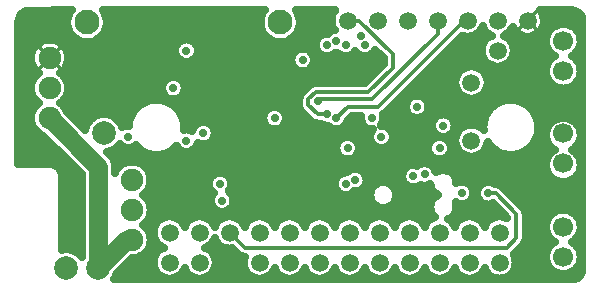
<source format=gbr>
G04 DipTrace 3.1.0.0*
G04 Inner2[+5v].gbr*
%MOIN*%
G04 #@! TF.FileFunction,Copper,L3,Inr*
G04 #@! TF.Part,Single*
%ADD30C,0.066929*%
%ADD31C,0.074803*%
%ADD32C,0.059055*%
%ADD35C,0.07874*%
%ADD38C,0.082677*%
G04 #@! TA.AperFunction,CopperBalancing*
%ADD14C,0.012992*%
G04 #@! TA.AperFunction,Conductor*
%ADD18C,0.062992*%
G04 #@! TA.AperFunction,CopperBalancing*
%ADD21C,0.025*%
G04 #@! TA.AperFunction,ViaPad*
%ADD54C,0.027559*%
%FSLAX26Y26*%
G04*
G70*
G90*
G75*
G01*
G04 Inner2_Plane*
%LPD*%
X1461643Y650088D2*
D14*
Y637587D1*
X1042849Y287550D2*
X1011596D1*
X1261621Y375059D2*
X1264747Y378185D1*
X1617909Y393811D2*
Y412563D1*
X899084Y668840D2*
X830327D1*
X874081Y712594D1*
X311512Y81278D2*
D18*
X405272Y175038D1*
X424026D1*
X149010Y581220D2*
X311512Y418719D1*
Y81278D1*
X1611513Y331223D2*
D14*
X1636743D1*
X1705419Y262547D1*
Y181289D1*
X1674165Y150035D1*
X798948D1*
X749013Y199970D1*
X1442762Y906222D2*
Y862482D1*
X1224118Y643837D1*
X1049100D1*
X1042849Y637587D1*
X1105276Y581251D2*
X1142860Y618835D1*
X1242870D1*
X1530257Y906222D1*
X1542762D1*
X1142860Y906365D2*
X1180364D1*
X1292875Y793853D1*
Y750098D1*
X1211617Y668840D1*
X1036598D1*
X1011596Y643837D1*
Y625085D1*
X1042849Y593832D1*
X1074102D1*
D54*
X1461643Y650088D3*
X1042849Y287550D3*
X1261621Y375059D3*
X1617909Y393811D3*
X899084Y668840D3*
X605257Y506323D3*
X899084Y581331D3*
X1373990Y618770D3*
X1461643Y556328D3*
X724066Y306300D3*
X1399136Y393812D3*
X605303Y806354D3*
X992844Y775101D3*
X1136772Y362558D3*
X1224118Y581331D3*
X1073780Y825106D3*
X1361627Y387555D3*
X411533Y518824D3*
X1186614Y856360D3*
X1255371Y518824D3*
X1142860Y481320D3*
X717815Y362558D3*
X1105276Y837608D3*
X1136772Y825106D3*
X1611513Y331223D3*
X1524150Y331304D3*
X1199764Y825106D3*
X1042849Y637587D3*
X661559Y531325D3*
X1448991Y481270D3*
X561549Y681341D3*
X1105276Y581251D3*
X1074102Y593832D3*
X874081Y431315D3*
X1167862Y375059D3*
X49743Y915407D2*
D21*
X207878D1*
X340173D2*
X851677D1*
X983972D2*
X1087468D1*
X1798132D2*
X1921061D1*
X46520Y890538D2*
X206755D1*
X341296D2*
X850554D1*
X985095D2*
X1089079D1*
X1796569D2*
X1836491D1*
X1886853D2*
X1921989D1*
X46520Y865669D2*
X215837D1*
X332214D2*
X859685D1*
X976013D2*
X1077311D1*
X1580407D2*
X1605144D1*
X1680407D2*
X1705144D1*
X1780407D2*
X1808903D1*
X46520Y840800D2*
X131120D1*
X166882D2*
X243815D1*
X304235D2*
X586979D1*
X623620D2*
X887614D1*
X948034D2*
X1036784D1*
X1510632D2*
X1599284D1*
X1686560D2*
X1801677D1*
X46520Y815932D2*
X95720D1*
X202331D2*
X566130D1*
X644470D2*
X1034489D1*
X1485778D2*
X1587614D1*
X1698229D2*
X1805827D1*
X46520Y791063D2*
X85759D1*
X212243D2*
X568132D1*
X642468D2*
X955974D1*
X1029724D2*
X1054606D1*
X1092956D2*
X1117595D1*
X1155944D2*
X1180583D1*
X1218933D2*
X1249870D1*
X1460876D2*
X1588981D1*
X1696862D2*
X1825261D1*
X1898132D2*
X1921989D1*
X46520Y766194D2*
X86833D1*
X211169D2*
X953483D1*
X1032214D2*
X1259782D1*
X1436022D2*
X1604851D1*
X1680993D2*
X1809196D1*
X46520Y741325D2*
X99675D1*
X198376D2*
X973112D1*
X1012536D2*
X1238298D1*
X1411169D2*
X1518571D1*
X1592224D2*
X1801726D1*
X46520Y716457D2*
X96061D1*
X201940D2*
X544743D1*
X578356D2*
X1213444D1*
X1386267D2*
X1501774D1*
X1609020D2*
X1805632D1*
X46520Y691588D2*
X85856D1*
X212145D2*
X522526D1*
X600524D2*
X1013591D1*
X1361413D2*
X1499919D1*
X1610876D2*
X1824528D1*
X1898815D2*
X1921989D1*
X46520Y666719D2*
X86735D1*
X211315D2*
X524089D1*
X599011D2*
X988688D1*
X1336560D2*
X1510856D1*
X1599890D2*
X1921989D1*
X46520Y641850D2*
X99235D1*
X198815D2*
X978483D1*
X1311657D2*
X1341423D1*
X1406579D2*
X1921989D1*
X46520Y616982D2*
X96452D1*
X201599D2*
X440593D1*
X570056D2*
X883708D1*
X914489D2*
X979558D1*
X1286804D2*
X1333610D1*
X1414343D2*
X1621940D1*
X1751403D2*
X1921989D1*
X46520Y592113D2*
X85954D1*
X219274D2*
X309392D1*
X351159D2*
X421696D1*
X588952D2*
X860222D1*
X937927D2*
X998796D1*
X1262976D2*
X1344548D1*
X1403454D2*
X1446647D1*
X1476647D2*
X1603044D1*
X1770300D2*
X1921989D1*
X46520Y567244D2*
X86589D1*
X244128D2*
X275407D1*
X385144D2*
X413054D1*
X597546D2*
X646940D1*
X676159D2*
X861394D1*
X936755D2*
X1025163D1*
X1143005D2*
X1186442D1*
X1261804D2*
X1422819D1*
X1500427D2*
X1594401D1*
X1778894D2*
X1819890D1*
X1903112D2*
X1921989D1*
X46520Y542375D2*
X98796D1*
X700329D2*
X1223161D1*
X1287585D2*
X1423894D1*
X1499401D2*
X1513087D1*
X1780212D2*
X1804118D1*
X46520Y517507D2*
X131560D1*
X699353D2*
X1129069D1*
X1156610D2*
X1215007D1*
X1295739D2*
X1435368D1*
X1462634D2*
X1500407D1*
X1774548D2*
X1801921D1*
X46520Y492638D2*
X156462D1*
X643103D2*
X1104167D1*
X1181530D2*
X1225456D1*
X1285290D2*
X1410319D1*
X1487634D2*
X1501034D1*
X1760241D2*
X1811345D1*
X46520Y467769D2*
X181315D1*
X343591D2*
X463151D1*
X547497D2*
X1104948D1*
X1180749D2*
X1411052D1*
X1486901D2*
X1515593D1*
X1595202D2*
X1644499D1*
X1728845D2*
X1820476D1*
X1902575D2*
X1921989D1*
X46520Y442900D2*
X206169D1*
X364099D2*
X1804265D1*
X179626Y418031D2*
X231071D1*
X470544D2*
X1336589D1*
X1430798D2*
X1801823D1*
X193395Y393163D2*
X253386D1*
X485339D2*
X692936D1*
X742663D2*
X1111882D1*
X1203649D2*
X1321647D1*
X1497497D2*
X1811003D1*
X193981Y368294D2*
X253386D1*
X487683D2*
X677849D1*
X757800D2*
X1096794D1*
X1207653D2*
X1253288D1*
X1269974D2*
X1326481D1*
X1534948D2*
X1601091D1*
X1621960D2*
X1848796D1*
X1874255D2*
X1921989D1*
X193981Y343425D2*
X253386D1*
X479333D2*
X682585D1*
X753063D2*
X1101530D1*
X1191247D2*
X1219548D1*
X1303698D2*
X1421208D1*
X1670349D2*
X1921989D1*
X193981Y318556D2*
X253386D1*
X470007D2*
X685710D1*
X762438D2*
X1215983D1*
X1307263D2*
X1431169D1*
X1695202D2*
X1921989D1*
X193981Y293688D2*
X253386D1*
X485144D2*
X685808D1*
X762292D2*
X1228776D1*
X1294470D2*
X1416374D1*
X1506921D2*
X1603679D1*
X1720056D2*
X1921989D1*
X193981Y268819D2*
X253386D1*
X487731D2*
X715886D1*
X732229D2*
X1418620D1*
X1504626D2*
X1653337D1*
X1737878D2*
X1830583D1*
X1892419D2*
X1921989D1*
X193981Y243950D2*
X253386D1*
X479626D2*
X515788D1*
X582263D2*
X615788D1*
X682263D2*
X715788D1*
X782263D2*
X815788D1*
X882263D2*
X915788D1*
X982263D2*
X1015788D1*
X1082263D2*
X1115788D1*
X1182263D2*
X1215788D1*
X1282263D2*
X1315788D1*
X1382263D2*
X1415788D1*
X1482263D2*
X1515788D1*
X1582263D2*
X1615788D1*
X1738513D2*
X1807243D1*
X193981Y219081D2*
X253386D1*
X469519D2*
X496354D1*
X1738513D2*
X1801433D1*
X193981Y194213D2*
X253386D1*
X1738513D2*
X1806901D1*
X193981Y169344D2*
X253386D1*
X487780D2*
X502463D1*
X1736120D2*
X1829362D1*
X1893640D2*
X1921989D1*
X213363Y144475D2*
X253386D1*
X479919D2*
X516520D1*
X681481D2*
X758708D1*
X1714392D2*
X1807487D1*
X453259Y119606D2*
X496599D1*
X701452D2*
X793083D1*
X1701452D2*
X1801433D1*
X406140Y94737D2*
X493132D1*
X704919D2*
X793132D1*
X1704919D2*
X1806657D1*
X381237Y69869D2*
X502116D1*
X695935D2*
X802116D1*
X1695935D2*
X1828532D1*
X1894519D2*
X1921110D1*
X366149Y45000D2*
X1895817D1*
X1919107Y833078D2*
X1917693Y824152D1*
X1914901Y815557D1*
X1910798Y807504D1*
X1905485Y800192D1*
X1899095Y793802D1*
X1891783Y788490D1*
X1890227Y787618D1*
X1895543Y784192D1*
X1902416Y778323D1*
X1908285Y771450D1*
X1913007Y763744D1*
X1916466Y755395D1*
X1918576Y746607D1*
X1919285Y737597D1*
X1918576Y728587D1*
X1916466Y719799D1*
X1913007Y711450D1*
X1908285Y703744D1*
X1902416Y696872D1*
X1895543Y691002D1*
X1887838Y686280D1*
X1879488Y682821D1*
X1870700Y680712D1*
X1861690Y680003D1*
X1852681Y680712D1*
X1843893Y682821D1*
X1835543Y686280D1*
X1827837Y691002D1*
X1820965Y696872D1*
X1815095Y703744D1*
X1810373Y711450D1*
X1806915Y719799D1*
X1804805Y728587D1*
X1804096Y737597D1*
X1804805Y746607D1*
X1806915Y755395D1*
X1810373Y763744D1*
X1815095Y771450D1*
X1820965Y778323D1*
X1827837Y784192D1*
X1833154Y787576D1*
X1827837Y791002D1*
X1820965Y796872D1*
X1815095Y803744D1*
X1810373Y811450D1*
X1806915Y819799D1*
X1804805Y828587D1*
X1804096Y837597D1*
X1804805Y846607D1*
X1806915Y855395D1*
X1810373Y863744D1*
X1815095Y871450D1*
X1820965Y878323D1*
X1827837Y884192D1*
X1835543Y888914D1*
X1843893Y892373D1*
X1852681Y894482D1*
X1861690Y895192D1*
X1870700Y894482D1*
X1879488Y892373D1*
X1887838Y888914D1*
X1895543Y884192D1*
X1902416Y878323D1*
X1908285Y871450D1*
X1913007Y863744D1*
X1916466Y855395D1*
X1918576Y846607D1*
X1919285Y837597D1*
X1919107Y833078D1*
X1918933Y214203D2*
X1917519Y205277D1*
X1914726Y196681D1*
X1910623Y188629D1*
X1905311Y181317D1*
X1898920Y174927D1*
X1891609Y169614D1*
X1890052Y168743D1*
X1895369Y165317D1*
X1902241Y159447D1*
X1908111Y152575D1*
X1912833Y144869D1*
X1916291Y136519D1*
X1918401Y127731D1*
X1919110Y118722D1*
X1918401Y109712D1*
X1916291Y100924D1*
X1912833Y92574D1*
X1908111Y84869D1*
X1902241Y77996D1*
X1895369Y72127D1*
X1887663Y67405D1*
X1879313Y63946D1*
X1870526Y61836D1*
X1861516Y61127D1*
X1852506Y61836D1*
X1843718Y63946D1*
X1835368Y67405D1*
X1827663Y72127D1*
X1820790Y77996D1*
X1814921Y84869D1*
X1810199Y92574D1*
X1806740Y100924D1*
X1804630Y109712D1*
X1803921Y118722D1*
X1804630Y127731D1*
X1806740Y136519D1*
X1810199Y144869D1*
X1814921Y152575D1*
X1820790Y159447D1*
X1827663Y165317D1*
X1832979Y168701D1*
X1827663Y172127D1*
X1820790Y177996D1*
X1814921Y184869D1*
X1810199Y192574D1*
X1806740Y200924D1*
X1804630Y209712D1*
X1803921Y218722D1*
X1804630Y227731D1*
X1806740Y236519D1*
X1810199Y244869D1*
X1814921Y252575D1*
X1820790Y259447D1*
X1827663Y265317D1*
X1835368Y270039D1*
X1843718Y273497D1*
X1852506Y275607D1*
X1861516Y276316D1*
X1870526Y275607D1*
X1879313Y273497D1*
X1887663Y270039D1*
X1895369Y265317D1*
X1902241Y259447D1*
X1908111Y252575D1*
X1912833Y244869D1*
X1916291Y236519D1*
X1918401Y227731D1*
X1919110Y218722D1*
X1918933Y214203D1*
X572137Y487876D2*
X564643Y480598D1*
X553043Y472170D1*
X540268Y465661D1*
X526632Y461231D1*
X512471Y458988D1*
X498133D1*
X483972Y461231D1*
X470336Y465661D1*
X457560Y472170D1*
X445961Y480598D1*
X436336Y490181D1*
X431340Y486501D1*
X426040Y483800D1*
X420383Y481962D1*
X414507Y481032D1*
X408558D1*
X402683Y481962D1*
X397025Y483800D1*
X391725Y486501D1*
X386913Y489998D1*
X382224Y494816D1*
X375176Y486424D1*
X367599Y479953D1*
X359103Y474746D1*
X349897Y470933D1*
X340265Y468619D1*
X353810Y454845D1*
X358941Y447784D1*
X362904Y440006D1*
X365601Y431705D1*
X366966Y423083D1*
X367179Y398585D1*
X371562Y407188D1*
X377237Y415000D1*
X384065Y421827D1*
X391876Y427502D1*
X400479Y431886D1*
X409662Y434869D1*
X419199Y436380D1*
X428854D1*
X438390Y434869D1*
X447573Y431886D1*
X456176Y427502D1*
X463988Y421827D1*
X470815Y415000D1*
X476490Y407188D1*
X480874Y398585D1*
X483858Y389402D1*
X485368Y379866D1*
Y370210D1*
X483858Y360674D1*
X480874Y351491D1*
X476490Y342888D1*
X470815Y335076D1*
X463988Y328249D1*
X459864Y325038D1*
X467536Y318547D1*
X473806Y311205D1*
X478851Y302973D1*
X482546Y294052D1*
X484800Y284664D1*
X485558Y275038D1*
X484800Y265412D1*
X482546Y256024D1*
X478851Y247103D1*
X473806Y238871D1*
X467536Y231529D1*
X459864Y225038D1*
X467536Y218547D1*
X473806Y211205D1*
X478851Y202973D1*
X482546Y194052D1*
X484800Y184664D1*
X485558Y175038D1*
X484800Y165412D1*
X482546Y156024D1*
X478851Y147103D1*
X473806Y138871D1*
X467536Y131529D1*
X460194Y125258D1*
X451961Y120213D1*
X443041Y116518D1*
X433652Y114264D1*
X424026Y113507D1*
X422461Y113568D1*
X372479Y63578D1*
X370178Y56978D1*
X365654Y48100D1*
X362917Y44002D1*
X1891887Y44260D1*
X1902096Y45604D1*
X1909669Y48892D1*
X1916065Y54112D1*
X1920804Y60873D1*
X1923581Y69276D1*
X1924522Y80718D1*
X1924307Y906167D1*
X1923264Y916821D1*
X1920223Y924497D1*
X1915214Y931058D1*
X1908611Y936015D1*
X1900405Y939051D1*
X1889639Y940288D1*
X1784278Y940274D1*
X1789703Y932219D1*
X1792867Y925426D1*
X1795054Y918258D1*
X1796221Y910856D1*
X1796363Y903723D1*
X1795492Y896280D1*
X1793593Y889030D1*
X1790702Y882116D1*
X1786876Y875673D1*
X1782190Y869825D1*
X1776734Y864687D1*
X1770616Y860359D1*
X1763955Y856926D1*
X1756881Y854455D1*
X1749531Y852993D1*
X1742049Y852569D1*
X1734581Y853192D1*
X1727272Y854849D1*
X1720266Y857508D1*
X1713699Y861118D1*
X1707698Y865607D1*
X1702382Y870889D1*
X1697853Y876859D1*
X1694200Y883403D1*
X1692771Y886773D1*
X1688513Y878186D1*
X1683564Y871374D1*
X1677610Y865420D1*
X1670798Y860471D1*
X1662447Y856335D1*
X1670948Y852105D1*
X1677760Y847156D1*
X1683714Y841202D1*
X1688663Y834390D1*
X1692485Y826888D1*
X1695087Y818880D1*
X1696404Y810564D1*
Y802144D1*
X1695087Y793828D1*
X1692485Y785820D1*
X1688663Y778318D1*
X1683714Y771507D1*
X1677760Y765553D1*
X1670948Y760604D1*
X1663446Y756781D1*
X1655438Y754179D1*
X1647122Y752862D1*
X1638702D1*
X1630386Y754179D1*
X1622378Y756781D1*
X1614876Y760604D1*
X1608064Y765553D1*
X1602111Y771507D1*
X1597162Y778318D1*
X1593339Y785820D1*
X1590737Y793828D1*
X1589420Y802144D1*
Y810564D1*
X1590737Y818880D1*
X1593339Y826888D1*
X1597162Y834390D1*
X1602111Y841202D1*
X1608064Y847156D1*
X1614876Y852105D1*
X1623227Y856241D1*
X1614727Y860471D1*
X1607915Y865420D1*
X1601961Y871374D1*
X1597012Y878186D1*
X1592785Y886784D1*
X1588513Y878186D1*
X1583564Y871374D1*
X1577610Y865420D1*
X1570798Y860471D1*
X1563296Y856649D1*
X1555289Y854047D1*
X1546972Y852730D1*
X1538553D1*
X1530236Y854047D1*
X1523510Y856176D1*
X1262760Y595546D1*
X1260536Y593833D1*
X1260172Y593045D1*
X1261561Y587261D1*
X1262028Y581331D1*
X1261561Y575400D1*
X1260172Y569616D1*
X1257896Y564120D1*
X1254787Y559048D1*
X1252889Y556651D1*
X1258346Y556617D1*
X1264221Y555686D1*
X1269879Y553848D1*
X1275179Y551147D1*
X1279992Y547651D1*
X1284198Y543444D1*
X1287695Y538632D1*
X1290395Y533331D1*
X1292233Y527674D1*
X1293164Y521798D1*
Y515850D1*
X1292233Y509974D1*
X1290395Y504317D1*
X1287695Y499016D1*
X1284198Y494204D1*
X1279992Y489998D1*
X1275179Y486501D1*
X1269879Y483800D1*
X1264221Y481962D1*
X1258346Y481032D1*
X1252397D1*
X1246522Y481962D1*
X1240864Y483800D1*
X1235564Y486501D1*
X1230751Y489998D1*
X1226545Y494204D1*
X1223048Y499016D1*
X1220348Y504317D1*
X1218509Y509974D1*
X1217579Y515850D1*
Y521798D1*
X1218509Y527674D1*
X1220348Y533331D1*
X1223048Y538632D1*
X1226600Y543504D1*
X1221144Y543538D1*
X1215268Y544469D1*
X1209611Y546307D1*
X1204310Y549008D1*
X1199498Y552504D1*
X1195292Y556710D1*
X1191795Y561523D1*
X1189094Y566823D1*
X1187256Y572481D1*
X1186326Y578356D1*
Y584305D1*
X1186868Y588230D1*
X1155517Y588208D1*
X1142718Y575320D1*
X1141330Y569536D1*
X1139053Y564040D1*
X1135945Y558968D1*
X1132082Y554445D1*
X1127558Y550581D1*
X1122486Y547473D1*
X1116990Y545197D1*
X1111206Y543808D1*
X1105276Y543341D1*
X1099345Y543808D1*
X1093561Y545197D1*
X1088065Y547473D1*
X1082993Y550581D1*
X1076994Y556041D1*
X1071128Y556039D1*
X1065253Y556970D1*
X1059595Y558808D1*
X1054295Y561509D1*
X1051756Y563213D1*
X1038058Y563583D1*
X1031129Y565537D1*
X1024848Y569055D1*
X1021193Y572176D1*
X988308Y605195D1*
X984308Y611181D1*
X981816Y617936D1*
X980970Y625085D1*
X980983Y625414D1*
X981064Y646240D1*
X982469Y653301D1*
X985483Y659839D1*
X989940Y665493D1*
X990181Y665716D1*
X1016708Y692128D1*
X1022694Y696128D1*
X1029449Y698620D1*
X1036598Y699466D1*
X1036927Y699453D1*
X1198952Y699466D1*
X1262294Y762829D1*
X1262249Y781202D1*
X1234172Y809244D1*
X1230433Y802824D1*
X1226570Y798300D1*
X1222046Y794437D1*
X1216974Y791329D1*
X1211478Y789052D1*
X1205694Y787664D1*
X1199764Y787197D1*
X1193833Y787664D1*
X1188049Y789052D1*
X1182553Y791329D1*
X1177481Y794437D1*
X1172958Y798300D1*
X1168287Y804032D1*
X1163578Y798300D1*
X1159054Y794437D1*
X1153982Y791329D1*
X1148486Y789052D1*
X1142702Y787664D1*
X1136772Y787197D1*
X1130841Y787664D1*
X1125057Y789052D1*
X1119561Y791329D1*
X1114489Y794437D1*
X1108537Y799846D1*
X1102036D1*
X1096062Y794437D1*
X1090990Y791329D1*
X1085494Y789052D1*
X1079710Y787664D1*
X1073780Y787197D1*
X1067849Y787664D1*
X1062065Y789052D1*
X1056569Y791329D1*
X1051497Y794437D1*
X1046973Y798300D1*
X1043110Y802824D1*
X1040002Y807896D1*
X1037725Y813392D1*
X1036337Y819176D1*
X1035870Y825106D1*
X1036337Y831037D1*
X1037725Y836821D1*
X1040002Y842317D1*
X1043110Y847389D1*
X1046973Y851912D1*
X1051497Y855776D1*
X1056569Y858884D1*
X1062065Y861160D1*
X1067849Y862549D1*
X1073780Y863016D1*
X1077019Y862867D1*
X1082993Y868277D1*
X1088065Y871385D1*
X1093561Y873662D1*
X1099288Y875039D1*
X1095050Y882005D1*
X1091828Y889784D1*
X1089863Y897971D1*
X1089202Y906365D1*
X1089863Y914759D1*
X1091828Y922946D1*
X1095050Y930725D1*
X1099450Y937904D1*
X1101335Y940295D1*
X969532Y940275D1*
X973657Y934321D1*
X978321Y925168D1*
X981496Y915397D1*
X983103Y905251D1*
Y894978D1*
X981496Y884831D1*
X978321Y875060D1*
X973657Y865907D1*
X967619Y857596D1*
X960354Y850331D1*
X952043Y844293D1*
X942890Y839629D1*
X933119Y836455D1*
X922973Y834847D1*
X912699D1*
X902553Y836455D1*
X892782Y839629D1*
X883629Y844293D1*
X875318Y850331D1*
X868053Y857596D1*
X862015Y865907D1*
X857351Y875060D1*
X854176Y884831D1*
X852569Y894978D1*
Y905251D1*
X854176Y915397D1*
X857351Y925168D1*
X862015Y934321D1*
X866201Y940283D1*
X325684Y940275D1*
X329839Y934321D1*
X334503Y925168D1*
X337678Y915397D1*
X339285Y905251D1*
Y894978D1*
X337678Y884831D1*
X334503Y875060D1*
X329839Y865907D1*
X323801Y857596D1*
X316537Y850331D1*
X308226Y844293D1*
X299072Y839629D1*
X289302Y836455D1*
X279155Y834847D1*
X268882D1*
X258735Y836455D1*
X248965Y839629D1*
X239811Y844293D1*
X231500Y850331D1*
X224236Y857596D1*
X218197Y865907D1*
X213533Y875060D1*
X210359Y884831D1*
X208752Y894978D1*
Y905251D1*
X210359Y915397D1*
X213533Y925168D1*
X218197Y934321D1*
X222383Y940283D1*
X82551Y939988D1*
X71768Y938145D1*
X62975Y934204D1*
X55426Y928217D1*
X49585Y920551D1*
X45774Y911462D1*
X43983Y901516D1*
X43997Y427959D1*
X51524Y428693D1*
X152340Y428562D1*
X158927Y427519D1*
X165269Y425458D1*
X171211Y422430D1*
X176607Y418510D1*
X181323Y413794D1*
X185242Y408399D1*
X188270Y402457D1*
X190331Y396114D1*
X191374Y389527D1*
X191505Y323693D1*
X191374Y146638D1*
X190934Y143081D1*
X200280Y144527D1*
X210245D1*
X220086Y142969D1*
X229563Y139889D1*
X238441Y135366D1*
X246502Y129509D1*
X253548Y122463D1*
X255900Y119480D1*
X255886Y395682D1*
X128306Y523258D1*
X121076Y526395D1*
X112843Y531440D1*
X105501Y537711D1*
X99230Y545053D1*
X94186Y553286D1*
X90491Y562206D1*
X88237Y571595D1*
X87479Y581220D1*
X88237Y590846D1*
X90491Y600235D1*
X94186Y609155D1*
X99230Y617388D1*
X105501Y624730D1*
X113173Y631221D1*
X105501Y637711D1*
X99230Y645053D1*
X94186Y653286D1*
X90491Y662206D1*
X88237Y671595D1*
X87479Y681220D1*
X88237Y690846D1*
X90491Y700235D1*
X94186Y709155D1*
X99230Y717388D1*
X105501Y724730D1*
X113098Y731256D1*
X105487Y737725D1*
X99023Y745340D1*
X93876Y753901D1*
X90182Y763182D1*
X88039Y772939D1*
X87502Y782913D1*
X88587Y792843D1*
X91264Y802467D1*
X95462Y811531D1*
X101072Y819796D1*
X107945Y827044D1*
X115901Y833085D1*
X124729Y837758D1*
X134197Y840942D1*
X144056Y842552D1*
X154045Y842546D1*
X163901Y840923D1*
X173365Y837727D1*
X182187Y833042D1*
X190135Y826991D1*
X196999Y819734D1*
X202598Y811462D1*
X206785Y802392D1*
X209449Y792765D1*
X210521Y782834D1*
X210085Y773739D1*
X208070Y763955D1*
X204498Y754627D1*
X199464Y745999D1*
X193100Y738300D1*
X185575Y731731D1*
X184865Y731229D1*
X192520Y724730D1*
X198791Y717388D1*
X203835Y709155D1*
X207530Y700235D1*
X209784Y690846D1*
X210542Y681220D1*
X209784Y671595D1*
X207530Y662206D1*
X203835Y653286D1*
X198791Y645053D1*
X192520Y637711D1*
X184848Y631220D1*
X192520Y624730D1*
X198791Y617388D1*
X203835Y609155D1*
X206884Y601988D1*
X267583Y541315D1*
X269882Y550948D1*
X273695Y560154D1*
X278902Y568650D1*
X285373Y576227D1*
X292950Y582698D1*
X301446Y587904D1*
X310652Y591717D1*
X320341Y594044D1*
X330274Y594825D1*
X340208Y594044D1*
X349897Y591717D1*
X359103Y587904D1*
X367599Y582698D1*
X375176Y576227D1*
X381647Y568650D1*
X386853Y560154D1*
X390777Y550554D1*
X397025Y553848D1*
X402683Y555686D1*
X408558Y556617D1*
X414170Y556630D1*
X415055Y564371D1*
X418402Y578313D1*
X423889Y591559D1*
X431381Y603784D1*
X440693Y614687D1*
X451595Y623998D1*
X463820Y631490D1*
X477067Y636977D1*
X491008Y640324D1*
X505302Y641449D1*
X519595Y640324D1*
X533537Y636977D1*
X546784Y631490D1*
X559009Y623998D1*
X569911Y614687D1*
X579223Y603784D1*
X586714Y591559D1*
X592201Y578313D1*
X595548Y564371D1*
X596673Y550077D1*
X596401Y543160D1*
X602283Y544115D1*
X608232D1*
X614107Y543185D1*
X619765Y541347D1*
X624426Y539004D1*
X626535Y545833D1*
X629236Y551133D1*
X632732Y555946D1*
X636939Y560152D1*
X641751Y563649D1*
X647052Y566349D1*
X652709Y568187D1*
X658585Y569118D1*
X664533D1*
X670409Y568187D1*
X676066Y566349D1*
X681367Y563649D1*
X686179Y560152D1*
X690386Y555946D1*
X693882Y551133D1*
X696583Y545833D1*
X698421Y540175D1*
X699352Y534300D1*
Y528351D1*
X698421Y522476D1*
X696583Y516818D1*
X693882Y511518D1*
X690386Y506705D1*
X686179Y502499D1*
X681367Y499002D1*
X676066Y496302D1*
X670409Y494463D1*
X664533Y493533D1*
X658585D1*
X652709Y494463D1*
X647052Y496302D1*
X642391Y498644D1*
X640281Y491815D1*
X637580Y486515D1*
X634084Y481703D1*
X629877Y477496D1*
X625065Y474000D1*
X619765Y471299D1*
X614107Y469461D1*
X608232Y468530D1*
X602283D1*
X596407Y469461D1*
X590750Y471299D1*
X585450Y474000D1*
X580637Y477496D1*
X576431Y481703D1*
X572190Y487844D1*
X1777751Y542908D2*
X1775508Y528747D1*
X1771078Y515111D1*
X1764568Y502336D1*
X1756141Y490736D1*
X1746002Y480598D1*
X1734403Y472170D1*
X1721628Y465661D1*
X1707992Y461231D1*
X1693830Y458988D1*
X1679493D1*
X1665331Y461231D1*
X1651695Y465661D1*
X1638920Y472170D1*
X1627320Y480598D1*
X1617182Y490736D1*
X1608895Y502126D1*
X1607570Y493827D1*
X1604968Y485819D1*
X1601146Y478317D1*
X1596196Y471505D1*
X1590243Y465552D1*
X1583431Y460602D1*
X1575929Y456780D1*
X1567921Y454178D1*
X1559605Y452861D1*
X1551185D1*
X1542869Y454178D1*
X1534861Y456780D1*
X1527359Y460602D1*
X1520547Y465552D1*
X1514594Y471505D1*
X1509644Y478317D1*
X1505822Y485819D1*
X1503220Y493827D1*
X1501903Y502143D1*
Y510563D1*
X1503220Y518879D1*
X1505822Y526887D1*
X1509644Y534389D1*
X1514594Y541201D1*
X1520547Y547154D1*
X1527359Y552103D1*
X1534861Y555926D1*
X1542869Y558528D1*
X1551185Y559845D1*
X1559605D1*
X1567921Y558528D1*
X1575929Y555926D1*
X1583431Y552103D1*
X1590243Y547154D1*
X1595671Y541769D1*
X1595290Y550077D1*
X1596415Y564371D1*
X1599762Y578313D1*
X1605249Y591559D1*
X1612740Y603784D1*
X1622052Y614687D1*
X1632955Y623998D1*
X1645180Y631490D1*
X1658426Y636977D1*
X1672368Y640324D1*
X1686661Y641449D1*
X1700955Y640324D1*
X1714897Y636977D1*
X1728143Y631490D1*
X1740368Y623998D1*
X1751271Y614687D1*
X1760582Y603784D1*
X1768074Y591559D1*
X1773561Y578313D1*
X1776908Y564371D1*
X1778033Y550077D1*
X1777751Y542908D1*
X1918933Y520452D2*
X1917519Y511526D1*
X1914726Y502931D1*
X1910623Y494878D1*
X1905311Y487566D1*
X1898920Y481176D1*
X1891609Y475864D1*
X1890052Y474992D1*
X1895369Y471566D1*
X1902241Y465697D1*
X1908111Y458824D1*
X1912833Y451118D1*
X1916291Y442769D1*
X1918401Y433981D1*
X1919110Y424971D1*
X1918401Y415961D1*
X1916291Y407173D1*
X1912833Y398824D1*
X1908111Y391118D1*
X1902241Y384246D1*
X1895369Y378376D1*
X1887663Y373654D1*
X1879313Y370195D1*
X1870526Y368086D1*
X1861516Y367377D1*
X1852506Y368086D1*
X1843718Y370195D1*
X1835368Y373654D1*
X1827663Y378376D1*
X1820790Y384246D1*
X1814921Y391118D1*
X1810199Y398824D1*
X1806740Y407173D1*
X1804630Y415961D1*
X1803921Y424971D1*
X1804630Y433981D1*
X1806740Y442769D1*
X1810199Y451118D1*
X1814921Y458824D1*
X1820790Y465697D1*
X1827663Y471566D1*
X1832979Y474950D1*
X1827663Y478376D1*
X1820790Y484246D1*
X1814921Y491118D1*
X1810199Y498824D1*
X1806740Y507173D1*
X1804630Y515961D1*
X1803921Y524971D1*
X1804630Y533981D1*
X1806740Y542769D1*
X1810199Y551118D1*
X1814921Y558824D1*
X1820790Y565697D1*
X1827663Y571566D1*
X1835368Y576288D1*
X1843718Y579747D1*
X1852506Y581856D1*
X1861516Y582566D1*
X1870526Y581856D1*
X1879313Y579747D1*
X1887663Y576288D1*
X1895369Y571566D1*
X1902241Y565697D1*
X1908111Y558824D1*
X1912833Y551118D1*
X1916291Y542769D1*
X1918401Y533981D1*
X1919110Y524971D1*
X1918933Y520452D1*
X1205655Y372085D2*
X1204724Y366209D1*
X1202886Y360552D1*
X1200185Y355251D1*
X1196689Y350439D1*
X1192482Y346232D1*
X1187670Y342736D1*
X1182370Y340035D1*
X1176712Y338197D1*
X1170837Y337266D1*
X1165016Y337261D1*
X1159054Y331888D1*
X1153982Y328780D1*
X1148486Y326504D1*
X1142702Y325115D1*
X1136772Y324648D1*
X1130841Y325115D1*
X1125057Y326504D1*
X1119561Y328780D1*
X1114489Y331888D1*
X1109966Y335752D1*
X1106102Y340275D1*
X1102994Y345347D1*
X1100718Y350843D1*
X1099329Y356627D1*
X1098862Y362558D1*
X1099329Y368488D1*
X1100718Y374272D1*
X1102994Y379768D1*
X1106102Y384840D1*
X1109966Y389364D1*
X1114489Y393227D1*
X1119561Y396335D1*
X1125057Y398612D1*
X1130841Y400000D1*
X1136772Y400467D1*
X1139618Y400355D1*
X1145580Y405728D1*
X1150652Y408837D1*
X1156148Y411113D1*
X1161932Y412502D1*
X1167862Y412968D1*
X1173793Y412502D1*
X1179577Y411113D1*
X1185073Y408837D1*
X1190145Y405728D1*
X1194668Y401865D1*
X1198532Y397342D1*
X1201640Y392270D1*
X1203916Y386774D1*
X1205305Y380989D1*
X1205772Y375059D1*
X1205655Y372085D1*
X1599036Y219407D2*
X1603263Y228006D1*
X1608212Y234818D1*
X1614165Y240771D1*
X1620977Y245720D1*
X1628479Y249543D1*
X1636487Y252145D1*
X1644803Y253462D1*
X1653223D1*
X1661539Y252145D1*
X1669547Y249543D1*
X1674795Y246983D1*
X1666085Y258569D1*
X1627726Y296928D1*
X1620363Y294361D1*
X1614487Y293430D1*
X1608539D1*
X1602663Y294361D1*
X1597006Y296199D1*
X1591705Y298900D1*
X1586893Y302396D1*
X1582687Y306603D1*
X1579190Y311415D1*
X1576489Y316716D1*
X1574651Y322373D1*
X1573721Y328249D1*
Y334197D1*
X1574651Y340073D1*
X1576489Y345730D1*
X1579190Y351031D1*
X1582687Y355843D1*
X1586893Y360050D1*
X1591705Y363546D1*
X1597006Y366247D1*
X1602663Y368085D1*
X1608539Y369016D1*
X1614487D1*
X1620363Y368085D1*
X1626020Y366247D1*
X1631321Y363546D1*
X1633860Y361842D1*
X1641534Y361472D1*
X1648463Y359518D1*
X1654744Y356000D1*
X1658399Y352879D1*
X1728707Y282437D1*
X1732707Y276451D1*
X1735198Y269697D1*
X1736045Y262547D1*
X1736032Y262219D1*
X1735950Y178886D1*
X1734546Y171825D1*
X1731532Y165287D1*
X1727075Y159633D1*
X1726833Y159410D1*
X1695525Y128105D1*
X1700044Y116551D1*
X1702010Y108364D1*
X1702671Y99970D1*
X1702010Y91576D1*
X1700044Y83389D1*
X1696822Y75610D1*
X1692423Y68431D1*
X1686955Y62028D1*
X1680552Y56560D1*
X1673373Y52161D1*
X1665594Y48938D1*
X1657407Y46973D1*
X1649013Y46312D1*
X1640619Y46973D1*
X1632432Y48938D1*
X1624653Y52161D1*
X1617474Y56560D1*
X1611072Y62028D1*
X1605603Y68431D1*
X1601204Y75610D1*
X1599036Y80532D1*
X1594764Y71934D1*
X1589815Y65122D1*
X1583861Y59168D1*
X1577049Y54219D1*
X1569547Y50397D1*
X1561539Y47795D1*
X1553223Y46478D1*
X1544803D1*
X1536487Y47795D1*
X1528479Y50397D1*
X1520977Y54219D1*
X1514165Y59168D1*
X1508212Y65122D1*
X1503263Y71934D1*
X1499036Y80532D1*
X1494764Y71934D1*
X1489815Y65122D1*
X1483861Y59168D1*
X1477049Y54219D1*
X1469547Y50397D1*
X1461539Y47795D1*
X1453223Y46478D1*
X1444803D1*
X1436487Y47795D1*
X1428479Y50397D1*
X1420977Y54219D1*
X1414165Y59168D1*
X1408212Y65122D1*
X1403263Y71934D1*
X1399036Y80532D1*
X1394764Y71934D1*
X1389815Y65122D1*
X1383861Y59168D1*
X1377049Y54219D1*
X1369547Y50397D1*
X1361539Y47795D1*
X1353223Y46478D1*
X1344803D1*
X1336487Y47795D1*
X1328479Y50397D1*
X1320977Y54219D1*
X1314165Y59168D1*
X1308212Y65122D1*
X1303263Y71934D1*
X1299036Y80532D1*
X1294764Y71934D1*
X1289815Y65122D1*
X1283861Y59168D1*
X1277049Y54219D1*
X1269547Y50397D1*
X1261539Y47795D1*
X1253223Y46478D1*
X1244803D1*
X1236487Y47795D1*
X1228479Y50397D1*
X1220977Y54219D1*
X1214165Y59168D1*
X1208212Y65122D1*
X1203263Y71934D1*
X1199036Y80532D1*
X1194764Y71934D1*
X1189815Y65122D1*
X1183861Y59168D1*
X1177049Y54219D1*
X1169547Y50397D1*
X1161539Y47795D1*
X1153223Y46478D1*
X1144803D1*
X1136487Y47795D1*
X1128479Y50397D1*
X1120977Y54219D1*
X1114165Y59168D1*
X1108212Y65122D1*
X1103263Y71934D1*
X1099036Y80532D1*
X1094764Y71934D1*
X1089815Y65122D1*
X1083861Y59168D1*
X1077049Y54219D1*
X1069547Y50397D1*
X1061539Y47795D1*
X1053223Y46478D1*
X1044803D1*
X1036487Y47795D1*
X1028479Y50397D1*
X1020977Y54219D1*
X1014165Y59168D1*
X1008212Y65122D1*
X1003263Y71934D1*
X999036Y80532D1*
X994764Y71934D1*
X989815Y65122D1*
X983861Y59168D1*
X977049Y54219D1*
X969547Y50397D1*
X961539Y47795D1*
X953223Y46478D1*
X944803D1*
X936487Y47795D1*
X928479Y50397D1*
X920977Y54219D1*
X914165Y59168D1*
X908212Y65122D1*
X903263Y71934D1*
X899036Y80532D1*
X894764Y71934D1*
X889815Y65122D1*
X883861Y59168D1*
X877049Y54219D1*
X869547Y50397D1*
X861539Y47795D1*
X853223Y46478D1*
X844803D1*
X836487Y47795D1*
X828479Y50397D1*
X820977Y54219D1*
X814165Y59168D1*
X808212Y65122D1*
X803263Y71934D1*
X799440Y79436D1*
X796838Y87444D1*
X795521Y95760D1*
Y104180D1*
X796838Y112496D1*
X798948Y119409D1*
X791798Y120255D1*
X785044Y122747D1*
X779057Y126747D1*
X758544Y147127D1*
X749013Y146312D1*
X740619Y146973D1*
X732432Y148938D1*
X724653Y152161D1*
X717474Y156560D1*
X711072Y162028D1*
X705603Y168431D1*
X701204Y175610D1*
X699036Y180532D1*
X694764Y171934D1*
X689815Y165122D1*
X683861Y159168D1*
X677049Y154219D1*
X668451Y149992D1*
X677049Y145720D1*
X683861Y140771D1*
X689815Y134818D1*
X694764Y128006D1*
X698586Y120504D1*
X701188Y112496D1*
X702505Y104180D1*
Y95760D1*
X701188Y87444D1*
X698586Y79436D1*
X694764Y71934D1*
X689815Y65122D1*
X683861Y59168D1*
X677049Y54219D1*
X669547Y50397D1*
X661539Y47795D1*
X653223Y46478D1*
X644803D1*
X636487Y47795D1*
X628479Y50397D1*
X620977Y54219D1*
X614165Y59168D1*
X608212Y65122D1*
X603263Y71934D1*
X599036Y80532D1*
X594764Y71934D1*
X589815Y65122D1*
X583861Y59168D1*
X577049Y54219D1*
X569547Y50397D1*
X561539Y47795D1*
X553223Y46478D1*
X544803D1*
X536487Y47795D1*
X528479Y50397D1*
X520977Y54219D1*
X514165Y59168D1*
X508212Y65122D1*
X503263Y71934D1*
X499440Y79436D1*
X496838Y87444D1*
X495521Y95760D1*
Y104180D1*
X496838Y112496D1*
X499440Y120504D1*
X503263Y128006D1*
X508212Y134818D1*
X514165Y140771D1*
X520977Y145720D1*
X529576Y149947D1*
X520977Y154219D1*
X514165Y159168D1*
X508212Y165122D1*
X503263Y171934D1*
X499440Y179436D1*
X496838Y187444D1*
X495521Y195760D1*
Y204180D1*
X496838Y212496D1*
X499440Y220504D1*
X503263Y228006D1*
X508212Y234818D1*
X514165Y240771D1*
X520977Y245720D1*
X528479Y249543D1*
X536487Y252145D1*
X544803Y253462D1*
X553223D1*
X561539Y252145D1*
X569547Y249543D1*
X577049Y245720D1*
X583861Y240771D1*
X589815Y234818D1*
X594764Y228006D1*
X598991Y219407D1*
X603263Y228006D1*
X608212Y234818D1*
X614165Y240771D1*
X620977Y245720D1*
X628479Y249543D1*
X636487Y252145D1*
X644803Y253462D1*
X653223D1*
X661539Y252145D1*
X669547Y249543D1*
X677049Y245720D1*
X683861Y240771D1*
X689815Y234818D1*
X694764Y228006D1*
X698991Y219407D1*
X703263Y228006D1*
X708212Y234818D1*
X714165Y240771D1*
X720977Y245720D1*
X728479Y249543D1*
X736487Y252145D1*
X744803Y253462D1*
X753223D1*
X761539Y252145D1*
X769547Y249543D1*
X777049Y245720D1*
X783861Y240771D1*
X789815Y234818D1*
X794764Y228006D1*
X798991Y219407D1*
X803263Y228006D1*
X808212Y234818D1*
X814165Y240771D1*
X820977Y245720D1*
X828479Y249543D1*
X836487Y252145D1*
X844803Y253462D1*
X853223D1*
X861539Y252145D1*
X869547Y249543D1*
X877049Y245720D1*
X883861Y240771D1*
X889815Y234818D1*
X894764Y228006D1*
X898991Y219407D1*
X903263Y228006D1*
X908212Y234818D1*
X914165Y240771D1*
X920977Y245720D1*
X928479Y249543D1*
X936487Y252145D1*
X944803Y253462D1*
X953223D1*
X961539Y252145D1*
X969547Y249543D1*
X977049Y245720D1*
X983861Y240771D1*
X989815Y234818D1*
X994764Y228006D1*
X998991Y219407D1*
X1003263Y228006D1*
X1008212Y234818D1*
X1014165Y240771D1*
X1020977Y245720D1*
X1028479Y249543D1*
X1036487Y252145D1*
X1044803Y253462D1*
X1053223D1*
X1061539Y252145D1*
X1069547Y249543D1*
X1077049Y245720D1*
X1083861Y240771D1*
X1089815Y234818D1*
X1094764Y228006D1*
X1098991Y219407D1*
X1103263Y228006D1*
X1108212Y234818D1*
X1114165Y240771D1*
X1120977Y245720D1*
X1128479Y249543D1*
X1136487Y252145D1*
X1144803Y253462D1*
X1153223D1*
X1161539Y252145D1*
X1169547Y249543D1*
X1177049Y245720D1*
X1183861Y240771D1*
X1189815Y234818D1*
X1194764Y228006D1*
X1198991Y219407D1*
X1203263Y228006D1*
X1208212Y234818D1*
X1214165Y240771D1*
X1220977Y245720D1*
X1228479Y249543D1*
X1236487Y252145D1*
X1244803Y253462D1*
X1253223D1*
X1261539Y252145D1*
X1269547Y249543D1*
X1277049Y245720D1*
X1283861Y240771D1*
X1289815Y234818D1*
X1294764Y228006D1*
X1298991Y219407D1*
X1303263Y228006D1*
X1308212Y234818D1*
X1314165Y240771D1*
X1320977Y245720D1*
X1328479Y249543D1*
X1336487Y252145D1*
X1344803Y253462D1*
X1353223D1*
X1361539Y252145D1*
X1369547Y249543D1*
X1377049Y245720D1*
X1383861Y240771D1*
X1389815Y234818D1*
X1394764Y228006D1*
X1398991Y219407D1*
X1403263Y228006D1*
X1408212Y234818D1*
X1414165Y240771D1*
X1420977Y245720D1*
X1428479Y249543D1*
X1433842Y251399D1*
X1428445Y256711D1*
X1424420Y262250D1*
X1421311Y268352D1*
X1419195Y274864D1*
X1418124Y281627D1*
Y288475D1*
X1419195Y295238D1*
X1421311Y301751D1*
X1424420Y307852D1*
X1428445Y313392D1*
X1433287Y318234D1*
X1438827Y322258D1*
X1444211Y325037D1*
X1438827Y327844D1*
X1433287Y331869D1*
X1428445Y336711D1*
X1424420Y342250D1*
X1421311Y348352D1*
X1419195Y354864D1*
X1418195Y361029D1*
X1410851Y357758D1*
X1405067Y356370D1*
X1399136Y355903D1*
X1393206Y356370D1*
X1385796Y358358D1*
X1378838Y353778D1*
X1373342Y351501D1*
X1367558Y350112D1*
X1361627Y349646D1*
X1355697Y350112D1*
X1349913Y351501D1*
X1344417Y353778D1*
X1339345Y356886D1*
X1334821Y360749D1*
X1330958Y365272D1*
X1327850Y370345D1*
X1325573Y375840D1*
X1324185Y381625D1*
X1323718Y387555D1*
X1324185Y393485D1*
X1325573Y399270D1*
X1327850Y404766D1*
X1330958Y409838D1*
X1334821Y414361D1*
X1339345Y418224D1*
X1344417Y421333D1*
X1349913Y423609D1*
X1355697Y424998D1*
X1361627Y425465D1*
X1367558Y424998D1*
X1374967Y423009D1*
X1381926Y427590D1*
X1387422Y429866D1*
X1393206Y431255D1*
X1399136Y431722D1*
X1405067Y431255D1*
X1410851Y429866D1*
X1416347Y427590D1*
X1421419Y424482D1*
X1425943Y420618D1*
X1429806Y416095D1*
X1432914Y411023D1*
X1435191Y405527D1*
X1436395Y400666D1*
X1441816Y403933D1*
X1448142Y406553D1*
X1454801Y408152D1*
X1461627Y408689D1*
X1468454Y408152D1*
X1475112Y406553D1*
X1481438Y403933D1*
X1487277Y400355D1*
X1492484Y395908D1*
X1496931Y390701D1*
X1500509Y384862D1*
X1503129Y378536D1*
X1504728Y371878D1*
X1505230Y364155D1*
X1512435Y367358D1*
X1518219Y368747D1*
X1524150Y369214D1*
X1530080Y368747D1*
X1535864Y367358D1*
X1541360Y365082D1*
X1546432Y361974D1*
X1550956Y358110D1*
X1554819Y353587D1*
X1557927Y348515D1*
X1560204Y343019D1*
X1561592Y337235D1*
X1562059Y331304D1*
X1561592Y325374D1*
X1560204Y319590D1*
X1557927Y314094D1*
X1554819Y309022D1*
X1550956Y304498D1*
X1546432Y300635D1*
X1541360Y297527D1*
X1535864Y295250D1*
X1530080Y293862D1*
X1524150Y293395D1*
X1518219Y293862D1*
X1512435Y295250D1*
X1506939Y297527D1*
X1502553Y300176D1*
X1504728Y291878D1*
X1505265Y285051D1*
X1504728Y278225D1*
X1503129Y271566D1*
X1500509Y265240D1*
X1496931Y259401D1*
X1492484Y254195D1*
X1487277Y249747D1*
X1481438Y246170D1*
X1478485Y244808D1*
X1483861Y240771D1*
X1489815Y234818D1*
X1494764Y228006D1*
X1498991Y219407D1*
X1503263Y228006D1*
X1508212Y234818D1*
X1514165Y240771D1*
X1520977Y245720D1*
X1528479Y249543D1*
X1536487Y252145D1*
X1544803Y253462D1*
X1553223D1*
X1561539Y252145D1*
X1569547Y249543D1*
X1577049Y245720D1*
X1583861Y240771D1*
X1589815Y234818D1*
X1594764Y228006D1*
X1598991Y219407D1*
X1608887Y695883D2*
X1607570Y687567D1*
X1604968Y679559D1*
X1601146Y672057D1*
X1596196Y665245D1*
X1590243Y659292D1*
X1583431Y654343D1*
X1575929Y650520D1*
X1567921Y647918D1*
X1559605Y646601D1*
X1551185D1*
X1542869Y647918D1*
X1534861Y650520D1*
X1527359Y654343D1*
X1520547Y659292D1*
X1514594Y665245D1*
X1509644Y672057D1*
X1505822Y679559D1*
X1503220Y687567D1*
X1501903Y695883D1*
Y704303D1*
X1503220Y712619D1*
X1505822Y720627D1*
X1509644Y728129D1*
X1514594Y734941D1*
X1520547Y740895D1*
X1527359Y745844D1*
X1534861Y749666D1*
X1542869Y752268D1*
X1551185Y753585D1*
X1559605D1*
X1567921Y752268D1*
X1575929Y749666D1*
X1583431Y745844D1*
X1590243Y740895D1*
X1596196Y734941D1*
X1601146Y728129D1*
X1604968Y720627D1*
X1607570Y712619D1*
X1608887Y704303D1*
Y695883D1*
X1305131Y321627D2*
X1304059Y314864D1*
X1301943Y308352D1*
X1298835Y302250D1*
X1294810Y296711D1*
X1289968Y291869D1*
X1284428Y287844D1*
X1278327Y284735D1*
X1271814Y282619D1*
X1265051Y281548D1*
X1258204D1*
X1251440Y282619D1*
X1244928Y284735D1*
X1238827Y287844D1*
X1233287Y291869D1*
X1228445Y296711D1*
X1224420Y302250D1*
X1221311Y308352D1*
X1219195Y314864D1*
X1218124Y321627D1*
Y328475D1*
X1219195Y335238D1*
X1221311Y341751D1*
X1224420Y347852D1*
X1228445Y353392D1*
X1233287Y358234D1*
X1238827Y362258D1*
X1244928Y365367D1*
X1251440Y367483D1*
X1258204Y368554D1*
X1265051D1*
X1271814Y367483D1*
X1278327Y365367D1*
X1284428Y362258D1*
X1289968Y358234D1*
X1294810Y353392D1*
X1298835Y347852D1*
X1301943Y341751D1*
X1304059Y335238D1*
X1305131Y328475D1*
Y321627D1*
X936877Y578356D2*
X935946Y572481D1*
X934108Y566823D1*
X931407Y561523D1*
X927911Y556710D1*
X923704Y552504D1*
X918892Y549008D1*
X913591Y546307D1*
X907934Y544469D1*
X902058Y543538D1*
X896110D1*
X890234Y544469D1*
X884577Y546307D1*
X879276Y549008D1*
X874464Y552504D1*
X870257Y556710D1*
X866761Y561523D1*
X864060Y566823D1*
X862222Y572481D1*
X861291Y578356D1*
Y584305D1*
X862222Y590180D1*
X864060Y595838D1*
X866761Y601138D1*
X870257Y605951D1*
X874464Y610157D1*
X879276Y613654D1*
X884577Y616354D1*
X890234Y618193D1*
X896110Y619123D1*
X902058D1*
X907934Y618193D1*
X913591Y616354D1*
X918892Y613654D1*
X923704Y610157D1*
X927911Y605951D1*
X931407Y601138D1*
X934108Y595838D1*
X935946Y590180D1*
X936877Y584305D1*
Y578356D1*
X1411782Y615796D2*
X1410852Y609921D1*
X1409013Y604263D1*
X1406313Y598963D1*
X1402816Y594150D1*
X1398610Y589944D1*
X1393797Y586447D1*
X1388497Y583747D1*
X1382839Y581908D1*
X1376964Y580978D1*
X1371015D1*
X1365140Y581908D1*
X1359482Y583747D1*
X1354182Y586447D1*
X1349369Y589944D1*
X1345163Y594150D1*
X1341666Y598963D1*
X1338966Y604263D1*
X1337127Y609921D1*
X1336197Y615796D1*
Y621745D1*
X1337127Y627620D1*
X1338966Y633278D1*
X1341666Y638578D1*
X1345163Y643391D1*
X1349369Y647597D1*
X1354182Y651093D1*
X1359482Y653794D1*
X1365140Y655632D1*
X1371015Y656563D1*
X1376964D1*
X1382839Y655632D1*
X1388497Y653794D1*
X1393797Y651093D1*
X1398610Y647597D1*
X1402816Y643391D1*
X1406313Y638578D1*
X1409013Y633278D1*
X1410852Y627620D1*
X1411782Y621745D1*
Y615796D1*
X1499436Y553354D2*
X1498505Y547478D1*
X1496667Y541821D1*
X1493966Y536520D1*
X1490470Y531708D1*
X1486263Y527501D1*
X1481451Y524005D1*
X1476150Y521304D1*
X1470493Y519466D1*
X1464617Y518535D1*
X1458669D1*
X1452793Y519466D1*
X1447136Y521304D1*
X1441835Y524005D1*
X1437023Y527501D1*
X1432816Y531708D1*
X1429320Y536520D1*
X1426619Y541821D1*
X1424781Y547478D1*
X1423850Y553354D1*
Y559302D1*
X1424781Y565178D1*
X1426619Y570835D1*
X1429320Y576136D1*
X1432816Y580948D1*
X1437023Y585155D1*
X1441835Y588651D1*
X1447136Y591352D1*
X1452793Y593190D1*
X1458669Y594121D1*
X1464617D1*
X1470493Y593190D1*
X1476150Y591352D1*
X1481451Y588651D1*
X1486263Y585155D1*
X1490470Y580948D1*
X1493966Y576136D1*
X1496667Y570835D1*
X1498505Y565178D1*
X1499436Y559302D1*
Y553354D1*
X761858Y303326D2*
X760928Y297451D1*
X759089Y291793D1*
X756389Y286493D1*
X752892Y281680D1*
X748686Y277474D1*
X743873Y273977D1*
X738573Y271277D1*
X732915Y269438D1*
X727040Y268508D1*
X721091D1*
X715216Y269438D1*
X709558Y271277D1*
X704258Y273977D1*
X699445Y277474D1*
X695239Y281680D1*
X691742Y286493D1*
X689042Y291793D1*
X687204Y297451D1*
X686273Y303326D1*
Y309275D1*
X687204Y315150D1*
X689042Y320808D1*
X691742Y326108D1*
X695894Y331629D1*
X691009Y335752D1*
X687146Y340275D1*
X684037Y345347D1*
X681761Y350843D1*
X680372Y356627D1*
X679906Y362558D1*
X680372Y368488D1*
X681761Y374272D1*
X684037Y379768D1*
X687146Y384840D1*
X691009Y389364D1*
X695532Y393227D1*
X700604Y396335D1*
X706100Y398612D1*
X711885Y400000D1*
X717815Y400467D1*
X723745Y400000D1*
X729530Y398612D1*
X735025Y396335D1*
X740098Y393227D1*
X744621Y389364D1*
X748484Y384840D1*
X751593Y379768D1*
X753869Y374272D1*
X755258Y368488D1*
X755724Y362558D1*
X755258Y356627D1*
X753869Y350843D1*
X751593Y345347D1*
X748484Y340275D1*
X745986Y337229D1*
X750872Y333107D1*
X754735Y328583D1*
X757843Y323511D1*
X760120Y318015D1*
X761508Y312231D1*
X761975Y306300D1*
X761858Y303326D1*
X643096Y803380D2*
X642165Y797504D1*
X640327Y791847D1*
X637626Y786547D1*
X634130Y781734D1*
X629923Y777528D1*
X625111Y774031D1*
X619810Y771331D1*
X614153Y769492D1*
X608277Y768562D1*
X602329D1*
X596453Y769492D1*
X590796Y771331D1*
X585496Y774031D1*
X580683Y777528D1*
X576477Y781734D1*
X572980Y786547D1*
X570279Y791847D1*
X568441Y797504D1*
X567511Y803380D1*
Y809329D1*
X568441Y815204D1*
X570279Y820862D1*
X572980Y826162D1*
X576477Y830975D1*
X580683Y835181D1*
X585496Y838677D1*
X590796Y841378D1*
X596453Y843216D1*
X602329Y844147D1*
X608277D1*
X614153Y843216D1*
X619810Y841378D1*
X625111Y838677D1*
X629923Y835181D1*
X634130Y830975D1*
X637626Y826162D1*
X640327Y820862D1*
X642165Y815204D1*
X643096Y809329D1*
Y803380D1*
X1030636Y772127D2*
X1029706Y766251D1*
X1027868Y760594D1*
X1025167Y755293D1*
X1021670Y750481D1*
X1017464Y746274D1*
X1012651Y742778D1*
X1007351Y740077D1*
X1001694Y738239D1*
X995818Y737308D1*
X989869D1*
X983994Y738239D1*
X978337Y740077D1*
X973036Y742778D1*
X968224Y746274D1*
X964017Y750481D1*
X960521Y755293D1*
X957820Y760594D1*
X955982Y766251D1*
X955051Y772127D1*
Y778075D1*
X955982Y783951D1*
X957820Y789608D1*
X960521Y794909D1*
X964017Y799721D1*
X968224Y803928D1*
X973036Y807424D1*
X978337Y810125D1*
X983994Y811963D1*
X989869Y812894D1*
X995818D1*
X1001694Y811963D1*
X1007351Y810125D1*
X1012651Y807424D1*
X1017464Y803928D1*
X1021670Y799721D1*
X1025167Y794909D1*
X1027868Y789608D1*
X1029706Y783951D1*
X1030636Y778075D1*
Y772127D1*
X1180652Y478346D2*
X1179722Y472470D1*
X1177883Y466813D1*
X1175183Y461513D1*
X1171686Y456700D1*
X1167480Y452494D1*
X1162667Y448997D1*
X1157367Y446296D1*
X1151709Y444458D1*
X1145834Y443528D1*
X1139885D1*
X1134010Y444458D1*
X1128352Y446296D1*
X1123052Y448997D1*
X1118239Y452494D1*
X1114033Y456700D1*
X1110536Y461513D1*
X1107836Y466813D1*
X1105998Y472470D1*
X1105067Y478346D1*
Y484295D1*
X1105998Y490170D1*
X1107836Y495827D1*
X1110536Y501128D1*
X1114033Y505940D1*
X1118239Y510147D1*
X1123052Y513643D1*
X1128352Y516344D1*
X1134010Y518182D1*
X1139885Y519113D1*
X1145834D1*
X1151709Y518182D1*
X1157367Y516344D1*
X1162667Y513643D1*
X1167480Y510147D1*
X1171686Y505940D1*
X1175183Y501128D1*
X1177883Y495827D1*
X1179722Y490170D1*
X1180652Y484295D1*
Y478346D1*
X1486783Y478296D2*
X1485853Y472421D1*
X1484015Y466763D1*
X1481314Y461463D1*
X1477817Y456650D1*
X1473611Y452444D1*
X1468798Y448947D1*
X1463498Y446247D1*
X1457841Y444408D1*
X1451965Y443478D1*
X1446016D1*
X1440141Y444408D1*
X1434483Y446247D1*
X1429183Y448947D1*
X1424371Y452444D1*
X1420164Y456650D1*
X1416668Y461463D1*
X1413967Y466763D1*
X1412129Y472421D1*
X1411198Y478296D1*
Y484245D1*
X1412129Y490120D1*
X1413967Y495778D1*
X1416668Y501078D1*
X1420164Y505891D1*
X1424371Y510097D1*
X1429183Y513593D1*
X1434483Y516294D1*
X1440141Y518132D1*
X1446016Y519063D1*
X1451965D1*
X1457841Y518132D1*
X1463498Y516294D1*
X1468798Y513593D1*
X1473611Y510097D1*
X1477817Y505891D1*
X1481314Y501078D1*
X1484015Y495778D1*
X1485853Y490120D1*
X1486783Y484245D1*
Y478296D1*
X599341Y678367D2*
X598411Y672491D1*
X596572Y666834D1*
X593872Y661534D1*
X590375Y656721D1*
X586169Y652515D1*
X581356Y649018D1*
X576056Y646317D1*
X570398Y644479D1*
X564523Y643549D1*
X558574D1*
X552699Y644479D1*
X547041Y646317D1*
X541741Y649018D1*
X536928Y652515D1*
X532722Y656721D1*
X529225Y661534D1*
X526525Y666834D1*
X524687Y672491D1*
X523756Y678367D1*
Y684316D1*
X524687Y690191D1*
X526525Y695848D1*
X529225Y701149D1*
X532722Y705961D1*
X536928Y710168D1*
X541741Y713664D1*
X547041Y716365D1*
X552699Y718203D1*
X558574Y719134D1*
X564523D1*
X570398Y718203D1*
X576056Y716365D1*
X581356Y713664D1*
X586169Y710168D1*
X590375Y705961D1*
X593872Y701149D1*
X596572Y695848D1*
X598411Y690191D1*
X599341Y684316D1*
Y678367D1*
X1742764Y906222D2*
D14*
X1780671Y868315D1*
Y944129D2*
X1704857Y868315D1*
X105536Y824695D2*
X192485Y737746D1*
Y824695D2*
X105536Y737746D1*
D30*
X1861690Y837597D3*
Y737597D3*
X1861516Y218722D3*
Y118722D3*
D35*
X205262Y81223D3*
D31*
X424026Y175038D3*
D35*
X311512Y81278D3*
D31*
X424026Y275038D3*
D32*
X1242762Y906222D3*
D31*
X424026Y375038D3*
D32*
X1342762Y906222D3*
X1442762D3*
X1542762D3*
X1642762D3*
X1742764D3*
D35*
X330274Y531325D3*
D32*
X1642912Y806354D3*
D38*
X274018Y900114D3*
X917836D3*
D32*
X1142860Y906365D3*
D30*
X1861516Y531222D3*
Y431222D3*
D31*
X149010Y581220D3*
Y681220D3*
Y781220D3*
D32*
X1649013Y199970D3*
Y99970D3*
X1549013Y199970D3*
Y99970D3*
X1449013Y199970D3*
Y99970D3*
X1349013Y199970D3*
Y99970D3*
X1249013Y199970D3*
Y99970D3*
X1149013Y199970D3*
Y99970D3*
X1049013Y199970D3*
Y99970D3*
X949013Y199970D3*
Y99970D3*
X849013Y199970D3*
Y99970D3*
X749013Y199970D3*
Y99970D3*
X649013Y199970D3*
Y99970D3*
X549013Y199970D3*
Y99970D3*
X1555395Y700093D3*
Y506353D3*
M02*

</source>
